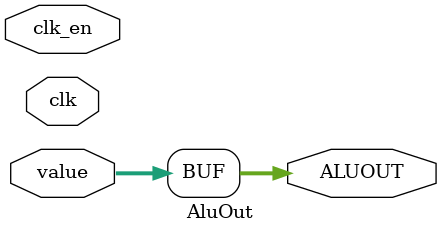
<source format=v>
module AluOut(
	input clk,
	input clk_en,
	input [31:0] value,
	output reg [31:0] ALUOUT
);
always@ (*) begin
	ALUOUT[31:0] <= value[31:0];
end

endmodule

</source>
